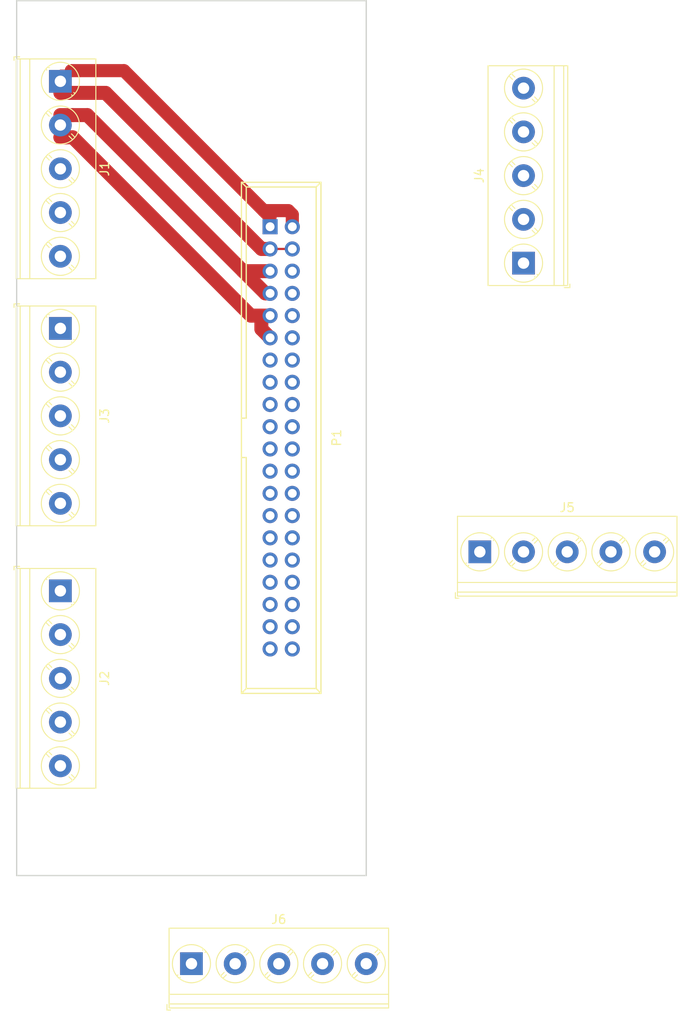
<source format=kicad_pcb>
(kicad_pcb (version 4) (host pcbnew 4.0.5)

  (general
    (links 12)
    (no_connects 7)
    (area 130.924999 49.924999 171.075001 150.075001)
    (thickness 1.6)
    (drawings 5)
    (tracks 29)
    (zones 0)
    (modules 7)
    (nets 59)
  )

  (page A4)
  (layers
    (0 F.Cu signal)
    (31 B.Cu signal)
    (32 B.Adhes user)
    (33 F.Adhes user)
    (34 B.Paste user)
    (35 F.Paste user)
    (36 B.SilkS user)
    (37 F.SilkS user)
    (38 B.Mask user)
    (39 F.Mask user)
    (40 Dwgs.User user)
    (41 Cmts.User user)
    (42 Eco1.User user)
    (43 Eco2.User user)
    (44 Edge.Cuts user)
    (45 Margin user)
    (46 B.CrtYd user)
    (47 F.CrtYd user)
    (48 B.Fab user)
    (49 F.Fab user)
  )

  (setup
    (last_trace_width 0.25)
    (trace_clearance 0.2)
    (zone_clearance 0.508)
    (zone_45_only no)
    (trace_min 0.2)
    (segment_width 0.2)
    (edge_width 0.15)
    (via_size 0.6)
    (via_drill 0.4)
    (via_min_size 0.4)
    (via_min_drill 0.3)
    (uvia_size 0.3)
    (uvia_drill 0.1)
    (uvias_allowed no)
    (uvia_min_size 0.2)
    (uvia_min_drill 0.1)
    (pcb_text_width 0.3)
    (pcb_text_size 1.5 1.5)
    (mod_edge_width 0.15)
    (mod_text_size 1 1)
    (mod_text_width 0.15)
    (pad_size 1.524 1.524)
    (pad_drill 0.762)
    (pad_to_mask_clearance 0.2)
    (aux_axis_origin 0 0)
    (visible_elements FFFFFF7F)
    (pcbplotparams
      (layerselection 0x00030_80000001)
      (usegerberextensions false)
      (excludeedgelayer true)
      (linewidth 0.100000)
      (plotframeref false)
      (viasonmask false)
      (mode 1)
      (useauxorigin false)
      (hpglpennumber 1)
      (hpglpenspeed 20)
      (hpglpendiameter 15)
      (hpglpenoverlay 2)
      (psnegative false)
      (psa4output false)
      (plotreference true)
      (plotvalue true)
      (plotinvisibletext false)
      (padsonsilk false)
      (subtractmaskfromsilk false)
      (outputformat 1)
      (mirror false)
      (drillshape 1)
      (scaleselection 1)
      (outputdirectory ""))
  )

  (net 0 "")
  (net 1 INJ4)
  (net 2 INJ1)
  (net 3 INJ2)
  (net 4 INJ3)
  (net 5 STEP-1B)
  (net 6 STEP-1A)
  (net 7 STEP-2A)
  (net 8 STEP-2B)
  (net 9 "Net-(J2-Pad4)")
  (net 10 "Net-(J2-Pad1)")
  (net 11 "Net-(J2-Pad2)")
  (net 12 "Net-(J2-Pad3)")
  (net 13 "Net-(J2-Pad5)")
  (net 14 "Net-(J3-Pad4)")
  (net 15 "Net-(J3-Pad1)")
  (net 16 "Net-(J3-Pad2)")
  (net 17 "Net-(J3-Pad3)")
  (net 18 "Net-(J3-Pad5)")
  (net 19 VVT)
  (net 20 IDLE1)
  (net 21 IDLE2)
  (net 22 BOOST)
  (net 23 IGN1)
  (net 24 IGN2)
  (net 25 IGN4)
  (net 26 IGN3)
  (net 27 GND)
  (net 28 MAP)
  (net 29 +5V)
  (net 30 PROTO1)
  (net 31 VR1-)
  (net 32 PROTO2)
  (net 33 VR2-)
  (net 34 PROTO3)
  (net 35 VR1+)
  (net 36 PROTO4)
  (net 37 VR2+)
  (net 38 PROTO5)
  (net 39 CLT)
  (net 40 TPS)
  (net 41 IAT)
  (net 42 O2)
  (net 43 "Net-(J1-Pad5)")
  (net 44 "Net-(J4-Pad5)")
  (net 45 "Net-(J4-Pad4)")
  (net 46 "Net-(J4-Pad3)")
  (net 47 "Net-(J4-Pad2)")
  (net 48 "Net-(J4-Pad1)")
  (net 49 "Net-(J5-Pad5)")
  (net 50 "Net-(J5-Pad4)")
  (net 51 "Net-(J5-Pad3)")
  (net 52 "Net-(J5-Pad2)")
  (net 53 "Net-(J5-Pad1)")
  (net 54 "Net-(J6-Pad5)")
  (net 55 "Net-(J6-Pad4)")
  (net 56 "Net-(J6-Pad3)")
  (net 57 "Net-(J6-Pad2)")
  (net 58 "Net-(J6-Pad1)")

  (net_class Default "This is the default net class."
    (clearance 0.2)
    (trace_width 0.25)
    (via_dia 0.6)
    (via_drill 0.4)
    (uvia_dia 0.3)
    (uvia_drill 0.1)
    (add_net +5V)
    (add_net CLT)
    (add_net GND)
    (add_net IAT)
    (add_net IGN1)
    (add_net IGN2)
    (add_net IGN3)
    (add_net IGN4)
    (add_net MAP)
    (add_net "Net-(J1-Pad5)")
    (add_net "Net-(J2-Pad1)")
    (add_net "Net-(J2-Pad2)")
    (add_net "Net-(J2-Pad3)")
    (add_net "Net-(J2-Pad4)")
    (add_net "Net-(J2-Pad5)")
    (add_net "Net-(J3-Pad1)")
    (add_net "Net-(J3-Pad2)")
    (add_net "Net-(J3-Pad3)")
    (add_net "Net-(J3-Pad4)")
    (add_net "Net-(J3-Pad5)")
    (add_net "Net-(J4-Pad1)")
    (add_net "Net-(J4-Pad2)")
    (add_net "Net-(J4-Pad3)")
    (add_net "Net-(J4-Pad4)")
    (add_net "Net-(J4-Pad5)")
    (add_net "Net-(J5-Pad1)")
    (add_net "Net-(J5-Pad2)")
    (add_net "Net-(J5-Pad3)")
    (add_net "Net-(J5-Pad4)")
    (add_net "Net-(J5-Pad5)")
    (add_net "Net-(J6-Pad1)")
    (add_net "Net-(J6-Pad2)")
    (add_net "Net-(J6-Pad3)")
    (add_net "Net-(J6-Pad4)")
    (add_net "Net-(J6-Pad5)")
    (add_net O2)
    (add_net PROTO1)
    (add_net PROTO2)
    (add_net PROTO3)
    (add_net PROTO4)
    (add_net PROTO5)
    (add_net STEP-1A)
    (add_net STEP-1B)
    (add_net STEP-2A)
    (add_net STEP-2B)
    (add_net TPS)
    (add_net VR1+)
    (add_net VR1-)
    (add_net VR2+)
    (add_net VR2-)
  )

  (net_class "High Current" ""
    (clearance 0.2)
    (trace_width 1.6)
    (via_dia 0.6)
    (via_drill 0.4)
    (uvia_dia 0.3)
    (uvia_drill 0.1)
    (add_net BOOST)
    (add_net IDLE1)
    (add_net IDLE2)
    (add_net INJ1)
    (add_net INJ2)
    (add_net INJ3)
    (add_net INJ4)
    (add_net VVT)
  )

  (module Connect:IDC_Header_Straight_40pins (layer F.Cu) (tedit 0) (tstamp 5A588B55)
    (at 160 75.84 270)
    (descr "40 pins through hole IDC header")
    (tags "IDC header socket VASCH")
    (path /5A5844A5)
    (fp_text reference P1 (at 24.13 -7.62 270) (layer F.SilkS)
      (effects (font (size 1 1) (thickness 0.15)))
    )
    (fp_text value CONN_02X20 (at 24.13 5.223 270) (layer F.Fab)
      (effects (font (size 1 1) (thickness 0.15)))
    )
    (fp_line (start -5.08 -5.82) (end 53.34 -5.82) (layer F.SilkS) (width 0.15))
    (fp_line (start -4.54 -5.27) (end 52.78 -5.27) (layer F.SilkS) (width 0.15))
    (fp_line (start -5.08 3.28) (end 53.34 3.28) (layer F.SilkS) (width 0.15))
    (fp_line (start -4.54 2.73) (end 21.88 2.73) (layer F.SilkS) (width 0.15))
    (fp_line (start 26.38 2.73) (end 52.78 2.73) (layer F.SilkS) (width 0.15))
    (fp_line (start 21.88 2.73) (end 21.88 3.28) (layer F.SilkS) (width 0.15))
    (fp_line (start 26.38 2.73) (end 26.38 3.28) (layer F.SilkS) (width 0.15))
    (fp_line (start -5.08 -5.82) (end -5.08 3.28) (layer F.SilkS) (width 0.15))
    (fp_line (start -4.54 -5.27) (end -4.54 2.73) (layer F.SilkS) (width 0.15))
    (fp_line (start 53.34 -5.82) (end 53.34 3.28) (layer F.SilkS) (width 0.15))
    (fp_line (start 52.78 -5.27) (end 52.78 2.73) (layer F.SilkS) (width 0.15))
    (fp_line (start -5.08 -5.82) (end -4.54 -5.27) (layer F.SilkS) (width 0.15))
    (fp_line (start 53.34 -5.82) (end 52.78 -5.27) (layer F.SilkS) (width 0.15))
    (fp_line (start -5.08 3.28) (end -4.54 2.73) (layer F.SilkS) (width 0.15))
    (fp_line (start 53.34 3.28) (end 52.78 2.73) (layer F.SilkS) (width 0.15))
    (fp_line (start -5.35 -6.05) (end 53.6 -6.05) (layer F.CrtYd) (width 0.05))
    (fp_line (start 53.6 -6.05) (end 53.6 3.55) (layer F.CrtYd) (width 0.05))
    (fp_line (start 53.6 3.55) (end -5.35 3.55) (layer F.CrtYd) (width 0.05))
    (fp_line (start -5.35 3.55) (end -5.35 -6.05) (layer F.CrtYd) (width 0.05))
    (pad 1 thru_hole rect (at 0 0 270) (size 1.7272 1.7272) (drill 1.016) (layers *.Cu *.Mask)
      (net 2 INJ1))
    (pad 2 thru_hole oval (at 0 -2.54 270) (size 1.7272 1.7272) (drill 1.016) (layers *.Cu *.Mask)
      (net 2 INJ1))
    (pad 3 thru_hole oval (at 2.54 0 270) (size 1.7272 1.7272) (drill 1.016) (layers *.Cu *.Mask)
      (net 3 INJ2))
    (pad 4 thru_hole oval (at 2.54 -2.54 270) (size 1.7272 1.7272) (drill 1.016) (layers *.Cu *.Mask)
      (net 3 INJ2))
    (pad 5 thru_hole oval (at 5.08 0 270) (size 1.7272 1.7272) (drill 1.016) (layers *.Cu *.Mask)
      (net 4 INJ3))
    (pad 6 thru_hole oval (at 5.08 -2.54 270) (size 1.7272 1.7272) (drill 1.016) (layers *.Cu *.Mask)
      (net 19 VVT))
    (pad 7 thru_hole oval (at 7.62 0 270) (size 1.7272 1.7272) (drill 1.016) (layers *.Cu *.Mask)
      (net 4 INJ3))
    (pad 8 thru_hole oval (at 7.62 -2.54 270) (size 1.7272 1.7272) (drill 1.016) (layers *.Cu *.Mask)
      (net 20 IDLE1))
    (pad 9 thru_hole oval (at 10.16 0 270) (size 1.7272 1.7272) (drill 1.016) (layers *.Cu *.Mask)
      (net 1 INJ4))
    (pad 10 thru_hole oval (at 10.16 -2.54 270) (size 1.7272 1.7272) (drill 1.016) (layers *.Cu *.Mask)
      (net 21 IDLE2))
    (pad 11 thru_hole oval (at 12.7 0 270) (size 1.7272 1.7272) (drill 1.016) (layers *.Cu *.Mask)
      (net 1 INJ4))
    (pad 12 thru_hole oval (at 12.7 -2.54 270) (size 1.7272 1.7272) (drill 1.016) (layers *.Cu *.Mask)
      (net 22 BOOST))
    (pad 13 thru_hole oval (at 15.24 0 270) (size 1.7272 1.7272) (drill 1.016) (layers *.Cu *.Mask)
      (net 23 IGN1))
    (pad 14 thru_hole oval (at 15.24 -2.54 270) (size 1.7272 1.7272) (drill 1.016) (layers *.Cu *.Mask)
      (net 24 IGN2))
    (pad 15 thru_hole oval (at 17.78 0 270) (size 1.7272 1.7272) (drill 1.016) (layers *.Cu *.Mask)
      (net 25 IGN4))
    (pad 16 thru_hole oval (at 17.78 -2.54 270) (size 1.7272 1.7272) (drill 1.016) (layers *.Cu *.Mask)
      (net 26 IGN3))
    (pad 17 thru_hole oval (at 20.32 0 270) (size 1.7272 1.7272) (drill 1.016) (layers *.Cu *.Mask)
      (net 27 GND))
    (pad 18 thru_hole oval (at 20.32 -2.54 270) (size 1.7272 1.7272) (drill 1.016) (layers *.Cu *.Mask)
      (net 5 STEP-1B))
    (pad 19 thru_hole oval (at 22.86 0 270) (size 1.7272 1.7272) (drill 1.016) (layers *.Cu *.Mask)
      (net 27 GND))
    (pad 20 thru_hole oval (at 22.86 -2.54 270) (size 1.7272 1.7272) (drill 1.016) (layers *.Cu *.Mask)
      (net 6 STEP-1A))
    (pad 21 thru_hole oval (at 25.4 0 270) (size 1.7272 1.7272) (drill 1.016) (layers *.Cu *.Mask)
      (net 28 MAP))
    (pad 22 thru_hole oval (at 25.4 -2.54 270) (size 1.7272 1.7272) (drill 1.016) (layers *.Cu *.Mask)
      (net 7 STEP-2A))
    (pad 23 thru_hole oval (at 27.94 0 270) (size 1.7272 1.7272) (drill 1.016) (layers *.Cu *.Mask)
      (net 27 GND))
    (pad 24 thru_hole oval (at 27.94 -2.54 270) (size 1.7272 1.7272) (drill 1.016) (layers *.Cu *.Mask)
      (net 8 STEP-2B))
    (pad 25 thru_hole oval (at 30.48 0 270) (size 1.7272 1.7272) (drill 1.016) (layers *.Cu *.Mask)
      (net 29 +5V))
    (pad 26 thru_hole oval (at 30.48 -2.54 270) (size 1.7272 1.7272) (drill 1.016) (layers *.Cu *.Mask)
      (net 29 +5V))
    (pad 27 thru_hole oval (at 33.02 0 270) (size 1.7272 1.7272) (drill 1.016) (layers *.Cu *.Mask)
      (net 30 PROTO1))
    (pad 28 thru_hole oval (at 33.02 -2.54 270) (size 1.7272 1.7272) (drill 1.016) (layers *.Cu *.Mask)
      (net 31 VR1-))
    (pad 29 thru_hole oval (at 35.56 0 270) (size 1.7272 1.7272) (drill 1.016) (layers *.Cu *.Mask)
      (net 32 PROTO2))
    (pad 30 thru_hole oval (at 35.56 -2.54 270) (size 1.7272 1.7272) (drill 1.016) (layers *.Cu *.Mask)
      (net 33 VR2-))
    (pad 31 thru_hole oval (at 38.1 0 270) (size 1.7272 1.7272) (drill 1.016) (layers *.Cu *.Mask)
      (net 34 PROTO3))
    (pad 32 thru_hole oval (at 38.1 -2.54 270) (size 1.7272 1.7272) (drill 1.016) (layers *.Cu *.Mask)
      (net 35 VR1+))
    (pad 33 thru_hole oval (at 40.64 0 270) (size 1.7272 1.7272) (drill 1.016) (layers *.Cu *.Mask)
      (net 36 PROTO4))
    (pad 34 thru_hole oval (at 40.64 -2.54 270) (size 1.7272 1.7272) (drill 1.016) (layers *.Cu *.Mask)
      (net 37 VR2+))
    (pad 35 thru_hole oval (at 43.18 0 270) (size 1.7272 1.7272) (drill 1.016) (layers *.Cu *.Mask)
      (net 38 PROTO5))
    (pad 36 thru_hole oval (at 43.18 -2.54 270) (size 1.7272 1.7272) (drill 1.016) (layers *.Cu *.Mask)
      (net 27 GND))
    (pad 37 thru_hole oval (at 45.72 0 270) (size 1.7272 1.7272) (drill 1.016) (layers *.Cu *.Mask)
      (net 39 CLT))
    (pad 38 thru_hole oval (at 45.72 -2.54 270) (size 1.7272 1.7272) (drill 1.016) (layers *.Cu *.Mask)
      (net 40 TPS))
    (pad 39 thru_hole oval (at 48.26 0 270) (size 1.7272 1.7272) (drill 1.016) (layers *.Cu *.Mask)
      (net 41 IAT))
    (pad 40 thru_hole oval (at 48.26 -2.54 270) (size 1.7272 1.7272) (drill 1.016) (layers *.Cu *.Mask)
      (net 42 O2))
  )

  (module TerminalBlock_Phoenix:TerminalBlock_Phoenix_PT-1,5-5-5.0-H_1x05_P5.00mm_Horizontal (layer F.Cu) (tedit 5A0820DE) (tstamp 5A5B4B64)
    (at 136 59.22 270)
    (descr "Terminal Block Phoenix PT-1,5-5-5.0-H, 5 pins, pitch 5.0mm, size 25.0x9mm^2, drill diamater 1.3mm, pad diameter 2.6mm, see http://www.mouser.com/ds/2/324/ItemDetail_1935161-922578.pdf, script-generated using https://github.com/pointhi/kicad-footprint-generator/scripts/TerminalBlock_Phoenix")
    (tags "THT Terminal Block Phoenix PT-1.5-5-5.0-H pitch 5.0mm size 25.0x9mm^2 drill 1.3mm pad 2.6mm")
    (path /5A5956BA)
    (fp_text reference J1 (at 10 -5.06 270) (layer F.SilkS)
      (effects (font (size 1 1) (thickness 0.15)))
    )
    (fp_text value Screw_Terminal_1x05 (at 10 6.06 270) (layer F.Fab)
      (effects (font (size 1 1) (thickness 0.15)))
    )
    (fp_circle (center 0 0) (end 2 0) (layer F.Fab) (width 0.1))
    (fp_circle (center 0 0) (end 2.18 0) (layer F.SilkS) (width 0.12))
    (fp_circle (center 5 0) (end 7 0) (layer F.Fab) (width 0.1))
    (fp_circle (center 5 0) (end 7.18 0) (layer F.SilkS) (width 0.12))
    (fp_circle (center 10 0) (end 12 0) (layer F.Fab) (width 0.1))
    (fp_circle (center 10 0) (end 12.18 0) (layer F.SilkS) (width 0.12))
    (fp_circle (center 15 0) (end 17 0) (layer F.Fab) (width 0.1))
    (fp_circle (center 15 0) (end 17.18 0) (layer F.SilkS) (width 0.12))
    (fp_circle (center 20 0) (end 22 0) (layer F.Fab) (width 0.1))
    (fp_circle (center 20 0) (end 22.18 0) (layer F.SilkS) (width 0.12))
    (fp_line (start -2.5 -4) (end 22.5 -4) (layer F.Fab) (width 0.1))
    (fp_line (start 22.5 -4) (end 22.5 5) (layer F.Fab) (width 0.1))
    (fp_line (start 22.5 5) (end -2.1 5) (layer F.Fab) (width 0.1))
    (fp_line (start -2.1 5) (end -2.5 4.6) (layer F.Fab) (width 0.1))
    (fp_line (start -2.5 4.6) (end -2.5 -4) (layer F.Fab) (width 0.1))
    (fp_line (start -2.5 4.6) (end 22.5 4.6) (layer F.Fab) (width 0.1))
    (fp_line (start -2.56 4.6) (end 22.56 4.6) (layer F.SilkS) (width 0.12))
    (fp_line (start -2.5 3.5) (end 22.5 3.5) (layer F.Fab) (width 0.1))
    (fp_line (start -2.56 3.5) (end 22.56 3.5) (layer F.SilkS) (width 0.12))
    (fp_line (start -2.56 -4.06) (end 22.56 -4.06) (layer F.SilkS) (width 0.12))
    (fp_line (start -2.56 5.06) (end 22.56 5.06) (layer F.SilkS) (width 0.12))
    (fp_line (start -2.56 -4.06) (end -2.56 5.06) (layer F.SilkS) (width 0.12))
    (fp_line (start 22.56 -4.06) (end 22.56 5.06) (layer F.SilkS) (width 0.12))
    (fp_line (start 1.517 -1.273) (end -1.273 1.517) (layer F.Fab) (width 0.1))
    (fp_line (start 1.273 -1.517) (end -1.517 1.273) (layer F.Fab) (width 0.1))
    (fp_line (start 1.654 -1.388) (end 1.547 -1.281) (layer F.SilkS) (width 0.12))
    (fp_line (start -1.282 1.547) (end -1.388 1.654) (layer F.SilkS) (width 0.12))
    (fp_line (start 1.388 -1.654) (end 1.281 -1.547) (layer F.SilkS) (width 0.12))
    (fp_line (start -1.548 1.281) (end -1.654 1.388) (layer F.SilkS) (width 0.12))
    (fp_line (start 6.517 -1.273) (end 3.728 1.517) (layer F.Fab) (width 0.1))
    (fp_line (start 6.273 -1.517) (end 3.484 1.273) (layer F.Fab) (width 0.1))
    (fp_line (start 6.654 -1.388) (end 6.259 -0.992) (layer F.SilkS) (width 0.12))
    (fp_line (start 3.993 1.274) (end 3.613 1.654) (layer F.SilkS) (width 0.12))
    (fp_line (start 6.388 -1.654) (end 6.008 -1.274) (layer F.SilkS) (width 0.12))
    (fp_line (start 3.742 0.992) (end 3.347 1.388) (layer F.SilkS) (width 0.12))
    (fp_line (start 11.517 -1.273) (end 8.728 1.517) (layer F.Fab) (width 0.1))
    (fp_line (start 11.273 -1.517) (end 8.484 1.273) (layer F.Fab) (width 0.1))
    (fp_line (start 11.654 -1.388) (end 11.259 -0.992) (layer F.SilkS) (width 0.12))
    (fp_line (start 8.993 1.274) (end 8.613 1.654) (layer F.SilkS) (width 0.12))
    (fp_line (start 11.388 -1.654) (end 11.008 -1.274) (layer F.SilkS) (width 0.12))
    (fp_line (start 8.742 0.992) (end 8.347 1.388) (layer F.SilkS) (width 0.12))
    (fp_line (start 16.517 -1.273) (end 13.728 1.517) (layer F.Fab) (width 0.1))
    (fp_line (start 16.273 -1.517) (end 13.484 1.273) (layer F.Fab) (width 0.1))
    (fp_line (start 16.654 -1.388) (end 16.259 -0.992) (layer F.SilkS) (width 0.12))
    (fp_line (start 13.993 1.274) (end 13.613 1.654) (layer F.SilkS) (width 0.12))
    (fp_line (start 16.388 -1.654) (end 16.008 -1.274) (layer F.SilkS) (width 0.12))
    (fp_line (start 13.742 0.992) (end 13.347 1.388) (layer F.SilkS) (width 0.12))
    (fp_line (start 21.517 -1.273) (end 18.728 1.517) (layer F.Fab) (width 0.1))
    (fp_line (start 21.273 -1.517) (end 18.484 1.273) (layer F.Fab) (width 0.1))
    (fp_line (start 21.654 -1.388) (end 21.259 -0.992) (layer F.SilkS) (width 0.12))
    (fp_line (start 18.993 1.274) (end 18.613 1.654) (layer F.SilkS) (width 0.12))
    (fp_line (start 21.388 -1.654) (end 21.008 -1.274) (layer F.SilkS) (width 0.12))
    (fp_line (start 18.742 0.992) (end 18.347 1.388) (layer F.SilkS) (width 0.12))
    (fp_line (start -2.8 4.66) (end -2.8 5.3) (layer F.SilkS) (width 0.12))
    (fp_line (start -2.8 5.3) (end -2.4 5.3) (layer F.SilkS) (width 0.12))
    (fp_line (start -3 -4.5) (end -3 5.5) (layer F.CrtYd) (width 0.05))
    (fp_line (start -3 5.5) (end 23 5.5) (layer F.CrtYd) (width 0.05))
    (fp_line (start 23 5.5) (end 23 -4.5) (layer F.CrtYd) (width 0.05))
    (fp_line (start 23 -4.5) (end -3 -4.5) (layer F.CrtYd) (width 0.05))
    (fp_text user %R (at 10 2.9 270) (layer F.Fab)
      (effects (font (size 1 1) (thickness 0.15)))
    )
    (pad 1 thru_hole rect (at 0 0 270) (size 2.6 2.6) (drill 1.3) (layers *.Cu *.Mask)
      (net 2 INJ1))
    (pad 2 thru_hole circle (at 5 0 270) (size 2.6 2.6) (drill 1.3) (layers *.Cu *.Mask)
      (net 3 INJ2))
    (pad 3 thru_hole circle (at 10 0 270) (size 2.6 2.6) (drill 1.3) (layers *.Cu *.Mask)
      (net 4 INJ3))
    (pad 4 thru_hole circle (at 15 0 270) (size 2.6 2.6) (drill 1.3) (layers *.Cu *.Mask)
      (net 1 INJ4))
    (pad 5 thru_hole circle (at 20 0 270) (size 2.6 2.6) (drill 1.3) (layers *.Cu *.Mask)
      (net 43 "Net-(J1-Pad5)"))
    (model ${KISYS3DMOD}/TerminalBlock_Phoenix.3dshapes/TerminalBlock_Phoenix_PT-1,5-5-5.0-H_1x05_P5.00mm_Horizontal.wrl
      (at (xyz 0 0 0))
      (scale (xyz 1 1 1))
      (rotate (xyz 0 0 0))
    )
  )

  (module TerminalBlock_Phoenix:TerminalBlock_Phoenix_PT-1,5-5-5.0-H_1x05_P5.00mm_Horizontal (layer F.Cu) (tedit 5A0820DE) (tstamp 5A5B4B6C)
    (at 136 117.46 270)
    (descr "Terminal Block Phoenix PT-1,5-5-5.0-H, 5 pins, pitch 5.0mm, size 25.0x9mm^2, drill diamater 1.3mm, pad diameter 2.6mm, see http://www.mouser.com/ds/2/324/ItemDetail_1935161-922578.pdf, script-generated using https://github.com/pointhi/kicad-footprint-generator/scripts/TerminalBlock_Phoenix")
    (tags "THT Terminal Block Phoenix PT-1.5-5-5.0-H pitch 5.0mm size 25.0x9mm^2 drill 1.3mm pad 2.6mm")
    (path /5A5956EF)
    (fp_text reference J2 (at 10 -5.06 270) (layer F.SilkS)
      (effects (font (size 1 1) (thickness 0.15)))
    )
    (fp_text value Screw_Terminal_1x05 (at 10 6.06 270) (layer F.Fab)
      (effects (font (size 1 1) (thickness 0.15)))
    )
    (fp_circle (center 0 0) (end 2 0) (layer F.Fab) (width 0.1))
    (fp_circle (center 0 0) (end 2.18 0) (layer F.SilkS) (width 0.12))
    (fp_circle (center 5 0) (end 7 0) (layer F.Fab) (width 0.1))
    (fp_circle (center 5 0) (end 7.18 0) (layer F.SilkS) (width 0.12))
    (fp_circle (center 10 0) (end 12 0) (layer F.Fab) (width 0.1))
    (fp_circle (center 10 0) (end 12.18 0) (layer F.SilkS) (width 0.12))
    (fp_circle (center 15 0) (end 17 0) (layer F.Fab) (width 0.1))
    (fp_circle (center 15 0) (end 17.18 0) (layer F.SilkS) (width 0.12))
    (fp_circle (center 20 0) (end 22 0) (layer F.Fab) (width 0.1))
    (fp_circle (center 20 0) (end 22.18 0) (layer F.SilkS) (width 0.12))
    (fp_line (start -2.5 -4) (end 22.5 -4) (layer F.Fab) (width 0.1))
    (fp_line (start 22.5 -4) (end 22.5 5) (layer F.Fab) (width 0.1))
    (fp_line (start 22.5 5) (end -2.1 5) (layer F.Fab) (width 0.1))
    (fp_line (start -2.1 5) (end -2.5 4.6) (layer F.Fab) (width 0.1))
    (fp_line (start -2.5 4.6) (end -2.5 -4) (layer F.Fab) (width 0.1))
    (fp_line (start -2.5 4.6) (end 22.5 4.6) (layer F.Fab) (width 0.1))
    (fp_line (start -2.56 4.6) (end 22.56 4.6) (layer F.SilkS) (width 0.12))
    (fp_line (start -2.5 3.5) (end 22.5 3.5) (layer F.Fab) (width 0.1))
    (fp_line (start -2.56 3.5) (end 22.56 3.5) (layer F.SilkS) (width 0.12))
    (fp_line (start -2.56 -4.06) (end 22.56 -4.06) (layer F.SilkS) (width 0.12))
    (fp_line (start -2.56 5.06) (end 22.56 5.06) (layer F.SilkS) (width 0.12))
    (fp_line (start -2.56 -4.06) (end -2.56 5.06) (layer F.SilkS) (width 0.12))
    (fp_line (start 22.56 -4.06) (end 22.56 5.06) (layer F.SilkS) (width 0.12))
    (fp_line (start 1.517 -1.273) (end -1.273 1.517) (layer F.Fab) (width 0.1))
    (fp_line (start 1.273 -1.517) (end -1.517 1.273) (layer F.Fab) (width 0.1))
    (fp_line (start 1.654 -1.388) (end 1.547 -1.281) (layer F.SilkS) (width 0.12))
    (fp_line (start -1.282 1.547) (end -1.388 1.654) (layer F.SilkS) (width 0.12))
    (fp_line (start 1.388 -1.654) (end 1.281 -1.547) (layer F.SilkS) (width 0.12))
    (fp_line (start -1.548 1.281) (end -1.654 1.388) (layer F.SilkS) (width 0.12))
    (fp_line (start 6.517 -1.273) (end 3.728 1.517) (layer F.Fab) (width 0.1))
    (fp_line (start 6.273 -1.517) (end 3.484 1.273) (layer F.Fab) (width 0.1))
    (fp_line (start 6.654 -1.388) (end 6.259 -0.992) (layer F.SilkS) (width 0.12))
    (fp_line (start 3.993 1.274) (end 3.613 1.654) (layer F.SilkS) (width 0.12))
    (fp_line (start 6.388 -1.654) (end 6.008 -1.274) (layer F.SilkS) (width 0.12))
    (fp_line (start 3.742 0.992) (end 3.347 1.388) (layer F.SilkS) (width 0.12))
    (fp_line (start 11.517 -1.273) (end 8.728 1.517) (layer F.Fab) (width 0.1))
    (fp_line (start 11.273 -1.517) (end 8.484 1.273) (layer F.Fab) (width 0.1))
    (fp_line (start 11.654 -1.388) (end 11.259 -0.992) (layer F.SilkS) (width 0.12))
    (fp_line (start 8.993 1.274) (end 8.613 1.654) (layer F.SilkS) (width 0.12))
    (fp_line (start 11.388 -1.654) (end 11.008 -1.274) (layer F.SilkS) (width 0.12))
    (fp_line (start 8.742 0.992) (end 8.347 1.388) (layer F.SilkS) (width 0.12))
    (fp_line (start 16.517 -1.273) (end 13.728 1.517) (layer F.Fab) (width 0.1))
    (fp_line (start 16.273 -1.517) (end 13.484 1.273) (layer F.Fab) (width 0.1))
    (fp_line (start 16.654 -1.388) (end 16.259 -0.992) (layer F.SilkS) (width 0.12))
    (fp_line (start 13.993 1.274) (end 13.613 1.654) (layer F.SilkS) (width 0.12))
    (fp_line (start 16.388 -1.654) (end 16.008 -1.274) (layer F.SilkS) (width 0.12))
    (fp_line (start 13.742 0.992) (end 13.347 1.388) (layer F.SilkS) (width 0.12))
    (fp_line (start 21.517 -1.273) (end 18.728 1.517) (layer F.Fab) (width 0.1))
    (fp_line (start 21.273 -1.517) (end 18.484 1.273) (layer F.Fab) (width 0.1))
    (fp_line (start 21.654 -1.388) (end 21.259 -0.992) (layer F.SilkS) (width 0.12))
    (fp_line (start 18.993 1.274) (end 18.613 1.654) (layer F.SilkS) (width 0.12))
    (fp_line (start 21.388 -1.654) (end 21.008 -1.274) (layer F.SilkS) (width 0.12))
    (fp_line (start 18.742 0.992) (end 18.347 1.388) (layer F.SilkS) (width 0.12))
    (fp_line (start -2.8 4.66) (end -2.8 5.3) (layer F.SilkS) (width 0.12))
    (fp_line (start -2.8 5.3) (end -2.4 5.3) (layer F.SilkS) (width 0.12))
    (fp_line (start -3 -4.5) (end -3 5.5) (layer F.CrtYd) (width 0.05))
    (fp_line (start -3 5.5) (end 23 5.5) (layer F.CrtYd) (width 0.05))
    (fp_line (start 23 5.5) (end 23 -4.5) (layer F.CrtYd) (width 0.05))
    (fp_line (start 23 -4.5) (end -3 -4.5) (layer F.CrtYd) (width 0.05))
    (fp_text user %R (at 10 2.9 270) (layer F.Fab)
      (effects (font (size 1 1) (thickness 0.15)))
    )
    (pad 1 thru_hole rect (at 0 0 270) (size 2.6 2.6) (drill 1.3) (layers *.Cu *.Mask)
      (net 10 "Net-(J2-Pad1)"))
    (pad 2 thru_hole circle (at 5 0 270) (size 2.6 2.6) (drill 1.3) (layers *.Cu *.Mask)
      (net 11 "Net-(J2-Pad2)"))
    (pad 3 thru_hole circle (at 10 0 270) (size 2.6 2.6) (drill 1.3) (layers *.Cu *.Mask)
      (net 12 "Net-(J2-Pad3)"))
    (pad 4 thru_hole circle (at 15 0 270) (size 2.6 2.6) (drill 1.3) (layers *.Cu *.Mask)
      (net 9 "Net-(J2-Pad4)"))
    (pad 5 thru_hole circle (at 20 0 270) (size 2.6 2.6) (drill 1.3) (layers *.Cu *.Mask)
      (net 13 "Net-(J2-Pad5)"))
    (model ${KISYS3DMOD}/TerminalBlock_Phoenix.3dshapes/TerminalBlock_Phoenix_PT-1,5-5-5.0-H_1x05_P5.00mm_Horizontal.wrl
      (at (xyz 0 0 0))
      (scale (xyz 1 1 1))
      (rotate (xyz 0 0 0))
    )
  )

  (module TerminalBlock_Phoenix:TerminalBlock_Phoenix_PT-1,5-5-5.0-H_1x05_P5.00mm_Horizontal (layer F.Cu) (tedit 5A0820DE) (tstamp 5A5B4B74)
    (at 136 87.46 270)
    (descr "Terminal Block Phoenix PT-1,5-5-5.0-H, 5 pins, pitch 5.0mm, size 25.0x9mm^2, drill diamater 1.3mm, pad diameter 2.6mm, see http://www.mouser.com/ds/2/324/ItemDetail_1935161-922578.pdf, script-generated using https://github.com/pointhi/kicad-footprint-generator/scripts/TerminalBlock_Phoenix")
    (tags "THT Terminal Block Phoenix PT-1.5-5-5.0-H pitch 5.0mm size 25.0x9mm^2 drill 1.3mm pad 2.6mm")
    (path /5A595747)
    (fp_text reference J3 (at 10 -5.06 270) (layer F.SilkS)
      (effects (font (size 1 1) (thickness 0.15)))
    )
    (fp_text value Screw_Terminal_1x05 (at 10 6.06 270) (layer F.Fab)
      (effects (font (size 1 1) (thickness 0.15)))
    )
    (fp_circle (center 0 0) (end 2 0) (layer F.Fab) (width 0.1))
    (fp_circle (center 0 0) (end 2.18 0) (layer F.SilkS) (width 0.12))
    (fp_circle (center 5 0) (end 7 0) (layer F.Fab) (width 0.1))
    (fp_circle (center 5 0) (end 7.18 0) (layer F.SilkS) (width 0.12))
    (fp_circle (center 10 0) (end 12 0) (layer F.Fab) (width 0.1))
    (fp_circle (center 10 0) (end 12.18 0) (layer F.SilkS) (width 0.12))
    (fp_circle (center 15 0) (end 17 0) (layer F.Fab) (width 0.1))
    (fp_circle (center 15 0) (end 17.18 0) (layer F.SilkS) (width 0.12))
    (fp_circle (center 20 0) (end 22 0) (layer F.Fab) (width 0.1))
    (fp_circle (center 20 0) (end 22.18 0) (layer F.SilkS) (width 0.12))
    (fp_line (start -2.5 -4) (end 22.5 -4) (layer F.Fab) (width 0.1))
    (fp_line (start 22.5 -4) (end 22.5 5) (layer F.Fab) (width 0.1))
    (fp_line (start 22.5 5) (end -2.1 5) (layer F.Fab) (width 0.1))
    (fp_line (start -2.1 5) (end -2.5 4.6) (layer F.Fab) (width 0.1))
    (fp_line (start -2.5 4.6) (end -2.5 -4) (layer F.Fab) (width 0.1))
    (fp_line (start -2.5 4.6) (end 22.5 4.6) (layer F.Fab) (width 0.1))
    (fp_line (start -2.56 4.6) (end 22.56 4.6) (layer F.SilkS) (width 0.12))
    (fp_line (start -2.5 3.5) (end 22.5 3.5) (layer F.Fab) (width 0.1))
    (fp_line (start -2.56 3.5) (end 22.56 3.5) (layer F.SilkS) (width 0.12))
    (fp_line (start -2.56 -4.06) (end 22.56 -4.06) (layer F.SilkS) (width 0.12))
    (fp_line (start -2.56 5.06) (end 22.56 5.06) (layer F.SilkS) (width 0.12))
    (fp_line (start -2.56 -4.06) (end -2.56 5.06) (layer F.SilkS) (width 0.12))
    (fp_line (start 22.56 -4.06) (end 22.56 5.06) (layer F.SilkS) (width 0.12))
    (fp_line (start 1.517 -1.273) (end -1.273 1.517) (layer F.Fab) (width 0.1))
    (fp_line (start 1.273 -1.517) (end -1.517 1.273) (layer F.Fab) (width 0.1))
    (fp_line (start 1.654 -1.388) (end 1.547 -1.281) (layer F.SilkS) (width 0.12))
    (fp_line (start -1.282 1.547) (end -1.388 1.654) (layer F.SilkS) (width 0.12))
    (fp_line (start 1.388 -1.654) (end 1.281 -1.547) (layer F.SilkS) (width 0.12))
    (fp_line (start -1.548 1.281) (end -1.654 1.388) (layer F.SilkS) (width 0.12))
    (fp_line (start 6.517 -1.273) (end 3.728 1.517) (layer F.Fab) (width 0.1))
    (fp_line (start 6.273 -1.517) (end 3.484 1.273) (layer F.Fab) (width 0.1))
    (fp_line (start 6.654 -1.388) (end 6.259 -0.992) (layer F.SilkS) (width 0.12))
    (fp_line (start 3.993 1.274) (end 3.613 1.654) (layer F.SilkS) (width 0.12))
    (fp_line (start 6.388 -1.654) (end 6.008 -1.274) (layer F.SilkS) (width 0.12))
    (fp_line (start 3.742 0.992) (end 3.347 1.388) (layer F.SilkS) (width 0.12))
    (fp_line (start 11.517 -1.273) (end 8.728 1.517) (layer F.Fab) (width 0.1))
    (fp_line (start 11.273 -1.517) (end 8.484 1.273) (layer F.Fab) (width 0.1))
    (fp_line (start 11.654 -1.388) (end 11.259 -0.992) (layer F.SilkS) (width 0.12))
    (fp_line (start 8.993 1.274) (end 8.613 1.654) (layer F.SilkS) (width 0.12))
    (fp_line (start 11.388 -1.654) (end 11.008 -1.274) (layer F.SilkS) (width 0.12))
    (fp_line (start 8.742 0.992) (end 8.347 1.388) (layer F.SilkS) (width 0.12))
    (fp_line (start 16.517 -1.273) (end 13.728 1.517) (layer F.Fab) (width 0.1))
    (fp_line (start 16.273 -1.517) (end 13.484 1.273) (layer F.Fab) (width 0.1))
    (fp_line (start 16.654 -1.388) (end 16.259 -0.992) (layer F.SilkS) (width 0.12))
    (fp_line (start 13.993 1.274) (end 13.613 1.654) (layer F.SilkS) (width 0.12))
    (fp_line (start 16.388 -1.654) (end 16.008 -1.274) (layer F.SilkS) (width 0.12))
    (fp_line (start 13.742 0.992) (end 13.347 1.388) (layer F.SilkS) (width 0.12))
    (fp_line (start 21.517 -1.273) (end 18.728 1.517) (layer F.Fab) (width 0.1))
    (fp_line (start 21.273 -1.517) (end 18.484 1.273) (layer F.Fab) (width 0.1))
    (fp_line (start 21.654 -1.388) (end 21.259 -0.992) (layer F.SilkS) (width 0.12))
    (fp_line (start 18.993 1.274) (end 18.613 1.654) (layer F.SilkS) (width 0.12))
    (fp_line (start 21.388 -1.654) (end 21.008 -1.274) (layer F.SilkS) (width 0.12))
    (fp_line (start 18.742 0.992) (end 18.347 1.388) (layer F.SilkS) (width 0.12))
    (fp_line (start -2.8 4.66) (end -2.8 5.3) (layer F.SilkS) (width 0.12))
    (fp_line (start -2.8 5.3) (end -2.4 5.3) (layer F.SilkS) (width 0.12))
    (fp_line (start -3 -4.5) (end -3 5.5) (layer F.CrtYd) (width 0.05))
    (fp_line (start -3 5.5) (end 23 5.5) (layer F.CrtYd) (width 0.05))
    (fp_line (start 23 5.5) (end 23 -4.5) (layer F.CrtYd) (width 0.05))
    (fp_line (start 23 -4.5) (end -3 -4.5) (layer F.CrtYd) (width 0.05))
    (fp_text user %R (at 10 2.9 270) (layer F.Fab)
      (effects (font (size 1 1) (thickness 0.15)))
    )
    (pad 1 thru_hole rect (at 0 0 270) (size 2.6 2.6) (drill 1.3) (layers *.Cu *.Mask)
      (net 15 "Net-(J3-Pad1)"))
    (pad 2 thru_hole circle (at 5 0 270) (size 2.6 2.6) (drill 1.3) (layers *.Cu *.Mask)
      (net 16 "Net-(J3-Pad2)"))
    (pad 3 thru_hole circle (at 10 0 270) (size 2.6 2.6) (drill 1.3) (layers *.Cu *.Mask)
      (net 17 "Net-(J3-Pad3)"))
    (pad 4 thru_hole circle (at 15 0 270) (size 2.6 2.6) (drill 1.3) (layers *.Cu *.Mask)
      (net 14 "Net-(J3-Pad4)"))
    (pad 5 thru_hole circle (at 20 0 270) (size 2.6 2.6) (drill 1.3) (layers *.Cu *.Mask)
      (net 18 "Net-(J3-Pad5)"))
    (model ${KISYS3DMOD}/TerminalBlock_Phoenix.3dshapes/TerminalBlock_Phoenix_PT-1,5-5-5.0-H_1x05_P5.00mm_Horizontal.wrl
      (at (xyz 0 0 0))
      (scale (xyz 1 1 1))
      (rotate (xyz 0 0 0))
    )
  )

  (module TerminalBlock_Phoenix:TerminalBlock_Phoenix_PT-1,5-5-5.0-H_1x05_P5.00mm_Horizontal (layer F.Cu) (tedit 5A0820DE) (tstamp 5A5B4B7C)
    (at 189 80 90)
    (descr "Terminal Block Phoenix PT-1,5-5-5.0-H, 5 pins, pitch 5.0mm, size 25.0x9mm^2, drill diamater 1.3mm, pad diameter 2.6mm, see http://www.mouser.com/ds/2/324/ItemDetail_1935161-922578.pdf, script-generated using https://github.com/pointhi/kicad-footprint-generator/scripts/TerminalBlock_Phoenix")
    (tags "THT Terminal Block Phoenix PT-1.5-5-5.0-H pitch 5.0mm size 25.0x9mm^2 drill 1.3mm pad 2.6mm")
    (path /5A595AD4)
    (fp_text reference J4 (at 10 -5.06 90) (layer F.SilkS)
      (effects (font (size 1 1) (thickness 0.15)))
    )
    (fp_text value Screw_Terminal_1x05 (at 10 6.06 90) (layer F.Fab)
      (effects (font (size 1 1) (thickness 0.15)))
    )
    (fp_circle (center 0 0) (end 2 0) (layer F.Fab) (width 0.1))
    (fp_circle (center 0 0) (end 2.18 0) (layer F.SilkS) (width 0.12))
    (fp_circle (center 5 0) (end 7 0) (layer F.Fab) (width 0.1))
    (fp_circle (center 5 0) (end 7.18 0) (layer F.SilkS) (width 0.12))
    (fp_circle (center 10 0) (end 12 0) (layer F.Fab) (width 0.1))
    (fp_circle (center 10 0) (end 12.18 0) (layer F.SilkS) (width 0.12))
    (fp_circle (center 15 0) (end 17 0) (layer F.Fab) (width 0.1))
    (fp_circle (center 15 0) (end 17.18 0) (layer F.SilkS) (width 0.12))
    (fp_circle (center 20 0) (end 22 0) (layer F.Fab) (width 0.1))
    (fp_circle (center 20 0) (end 22.18 0) (layer F.SilkS) (width 0.12))
    (fp_line (start -2.5 -4) (end 22.5 -4) (layer F.Fab) (width 0.1))
    (fp_line (start 22.5 -4) (end 22.5 5) (layer F.Fab) (width 0.1))
    (fp_line (start 22.5 5) (end -2.1 5) (layer F.Fab) (width 0.1))
    (fp_line (start -2.1 5) (end -2.5 4.6) (layer F.Fab) (width 0.1))
    (fp_line (start -2.5 4.6) (end -2.5 -4) (layer F.Fab) (width 0.1))
    (fp_line (start -2.5 4.6) (end 22.5 4.6) (layer F.Fab) (width 0.1))
    (fp_line (start -2.56 4.6) (end 22.56 4.6) (layer F.SilkS) (width 0.12))
    (fp_line (start -2.5 3.5) (end 22.5 3.5) (layer F.Fab) (width 0.1))
    (fp_line (start -2.56 3.5) (end 22.56 3.5) (layer F.SilkS) (width 0.12))
    (fp_line (start -2.56 -4.06) (end 22.56 -4.06) (layer F.SilkS) (width 0.12))
    (fp_line (start -2.56 5.06) (end 22.56 5.06) (layer F.SilkS) (width 0.12))
    (fp_line (start -2.56 -4.06) (end -2.56 5.06) (layer F.SilkS) (width 0.12))
    (fp_line (start 22.56 -4.06) (end 22.56 5.06) (layer F.SilkS) (width 0.12))
    (fp_line (start 1.517 -1.273) (end -1.273 1.517) (layer F.Fab) (width 0.1))
    (fp_line (start 1.273 -1.517) (end -1.517 1.273) (layer F.Fab) (width 0.1))
    (fp_line (start 1.654 -1.388) (end 1.547 -1.281) (layer F.SilkS) (width 0.12))
    (fp_line (start -1.282 1.547) (end -1.388 1.654) (layer F.SilkS) (width 0.12))
    (fp_line (start 1.388 -1.654) (end 1.281 -1.547) (layer F.SilkS) (width 0.12))
    (fp_line (start -1.548 1.281) (end -1.654 1.388) (layer F.SilkS) (width 0.12))
    (fp_line (start 6.517 -1.273) (end 3.728 1.517) (layer F.Fab) (width 0.1))
    (fp_line (start 6.273 -1.517) (end 3.484 1.273) (layer F.Fab) (width 0.1))
    (fp_line (start 6.654 -1.388) (end 6.259 -0.992) (layer F.SilkS) (width 0.12))
    (fp_line (start 3.993 1.274) (end 3.613 1.654) (layer F.SilkS) (width 0.12))
    (fp_line (start 6.388 -1.654) (end 6.008 -1.274) (layer F.SilkS) (width 0.12))
    (fp_line (start 3.742 0.992) (end 3.347 1.388) (layer F.SilkS) (width 0.12))
    (fp_line (start 11.517 -1.273) (end 8.728 1.517) (layer F.Fab) (width 0.1))
    (fp_line (start 11.273 -1.517) (end 8.484 1.273) (layer F.Fab) (width 0.1))
    (fp_line (start 11.654 -1.388) (end 11.259 -0.992) (layer F.SilkS) (width 0.12))
    (fp_line (start 8.993 1.274) (end 8.613 1.654) (layer F.SilkS) (width 0.12))
    (fp_line (start 11.388 -1.654) (end 11.008 -1.274) (layer F.SilkS) (width 0.12))
    (fp_line (start 8.742 0.992) (end 8.347 1.388) (layer F.SilkS) (width 0.12))
    (fp_line (start 16.517 -1.273) (end 13.728 1.517) (layer F.Fab) (width 0.1))
    (fp_line (start 16.273 -1.517) (end 13.484 1.273) (layer F.Fab) (width 0.1))
    (fp_line (start 16.654 -1.388) (end 16.259 -0.992) (layer F.SilkS) (width 0.12))
    (fp_line (start 13.993 1.274) (end 13.613 1.654) (layer F.SilkS) (width 0.12))
    (fp_line (start 16.388 -1.654) (end 16.008 -1.274) (layer F.SilkS) (width 0.12))
    (fp_line (start 13.742 0.992) (end 13.347 1.388) (layer F.SilkS) (width 0.12))
    (fp_line (start 21.517 -1.273) (end 18.728 1.517) (layer F.Fab) (width 0.1))
    (fp_line (start 21.273 -1.517) (end 18.484 1.273) (layer F.Fab) (width 0.1))
    (fp_line (start 21.654 -1.388) (end 21.259 -0.992) (layer F.SilkS) (width 0.12))
    (fp_line (start 18.993 1.274) (end 18.613 1.654) (layer F.SilkS) (width 0.12))
    (fp_line (start 21.388 -1.654) (end 21.008 -1.274) (layer F.SilkS) (width 0.12))
    (fp_line (start 18.742 0.992) (end 18.347 1.388) (layer F.SilkS) (width 0.12))
    (fp_line (start -2.8 4.66) (end -2.8 5.3) (layer F.SilkS) (width 0.12))
    (fp_line (start -2.8 5.3) (end -2.4 5.3) (layer F.SilkS) (width 0.12))
    (fp_line (start -3 -4.5) (end -3 5.5) (layer F.CrtYd) (width 0.05))
    (fp_line (start -3 5.5) (end 23 5.5) (layer F.CrtYd) (width 0.05))
    (fp_line (start 23 5.5) (end 23 -4.5) (layer F.CrtYd) (width 0.05))
    (fp_line (start 23 -4.5) (end -3 -4.5) (layer F.CrtYd) (width 0.05))
    (fp_text user %R (at 10 2.9 90) (layer F.Fab)
      (effects (font (size 1 1) (thickness 0.15)))
    )
    (pad 1 thru_hole rect (at 0 0 90) (size 2.6 2.6) (drill 1.3) (layers *.Cu *.Mask)
      (net 48 "Net-(J4-Pad1)"))
    (pad 2 thru_hole circle (at 5 0 90) (size 2.6 2.6) (drill 1.3) (layers *.Cu *.Mask)
      (net 47 "Net-(J4-Pad2)"))
    (pad 3 thru_hole circle (at 10 0 90) (size 2.6 2.6) (drill 1.3) (layers *.Cu *.Mask)
      (net 46 "Net-(J4-Pad3)"))
    (pad 4 thru_hole circle (at 15 0 90) (size 2.6 2.6) (drill 1.3) (layers *.Cu *.Mask)
      (net 45 "Net-(J4-Pad4)"))
    (pad 5 thru_hole circle (at 20 0 90) (size 2.6 2.6) (drill 1.3) (layers *.Cu *.Mask)
      (net 44 "Net-(J4-Pad5)"))
    (model ${KISYS3DMOD}/TerminalBlock_Phoenix.3dshapes/TerminalBlock_Phoenix_PT-1,5-5-5.0-H_1x05_P5.00mm_Horizontal.wrl
      (at (xyz 0 0 0))
      (scale (xyz 1 1 1))
      (rotate (xyz 0 0 0))
    )
  )

  (module TerminalBlock_Phoenix:TerminalBlock_Phoenix_PT-1,5-5-5.0-H_1x05_P5.00mm_Horizontal (layer F.Cu) (tedit 5A0820DE) (tstamp 5A5B4B84)
    (at 184 113)
    (descr "Terminal Block Phoenix PT-1,5-5-5.0-H, 5 pins, pitch 5.0mm, size 25.0x9mm^2, drill diamater 1.3mm, pad diameter 2.6mm, see http://www.mouser.com/ds/2/324/ItemDetail_1935161-922578.pdf, script-generated using https://github.com/pointhi/kicad-footprint-generator/scripts/TerminalBlock_Phoenix")
    (tags "THT Terminal Block Phoenix PT-1.5-5-5.0-H pitch 5.0mm size 25.0x9mm^2 drill 1.3mm pad 2.6mm")
    (path /5A595ADA)
    (fp_text reference J5 (at 10 -5.06) (layer F.SilkS)
      (effects (font (size 1 1) (thickness 0.15)))
    )
    (fp_text value Screw_Terminal_1x05 (at 10 6.06) (layer F.Fab)
      (effects (font (size 1 1) (thickness 0.15)))
    )
    (fp_circle (center 0 0) (end 2 0) (layer F.Fab) (width 0.1))
    (fp_circle (center 0 0) (end 2.18 0) (layer F.SilkS) (width 0.12))
    (fp_circle (center 5 0) (end 7 0) (layer F.Fab) (width 0.1))
    (fp_circle (center 5 0) (end 7.18 0) (layer F.SilkS) (width 0.12))
    (fp_circle (center 10 0) (end 12 0) (layer F.Fab) (width 0.1))
    (fp_circle (center 10 0) (end 12.18 0) (layer F.SilkS) (width 0.12))
    (fp_circle (center 15 0) (end 17 0) (layer F.Fab) (width 0.1))
    (fp_circle (center 15 0) (end 17.18 0) (layer F.SilkS) (width 0.12))
    (fp_circle (center 20 0) (end 22 0) (layer F.Fab) (width 0.1))
    (fp_circle (center 20 0) (end 22.18 0) (layer F.SilkS) (width 0.12))
    (fp_line (start -2.5 -4) (end 22.5 -4) (layer F.Fab) (width 0.1))
    (fp_line (start 22.5 -4) (end 22.5 5) (layer F.Fab) (width 0.1))
    (fp_line (start 22.5 5) (end -2.1 5) (layer F.Fab) (width 0.1))
    (fp_line (start -2.1 5) (end -2.5 4.6) (layer F.Fab) (width 0.1))
    (fp_line (start -2.5 4.6) (end -2.5 -4) (layer F.Fab) (width 0.1))
    (fp_line (start -2.5 4.6) (end 22.5 4.6) (layer F.Fab) (width 0.1))
    (fp_line (start -2.56 4.6) (end 22.56 4.6) (layer F.SilkS) (width 0.12))
    (fp_line (start -2.5 3.5) (end 22.5 3.5) (layer F.Fab) (width 0.1))
    (fp_line (start -2.56 3.5) (end 22.56 3.5) (layer F.SilkS) (width 0.12))
    (fp_line (start -2.56 -4.06) (end 22.56 -4.06) (layer F.SilkS) (width 0.12))
    (fp_line (start -2.56 5.06) (end 22.56 5.06) (layer F.SilkS) (width 0.12))
    (fp_line (start -2.56 -4.06) (end -2.56 5.06) (layer F.SilkS) (width 0.12))
    (fp_line (start 22.56 -4.06) (end 22.56 5.06) (layer F.SilkS) (width 0.12))
    (fp_line (start 1.517 -1.273) (end -1.273 1.517) (layer F.Fab) (width 0.1))
    (fp_line (start 1.273 -1.517) (end -1.517 1.273) (layer F.Fab) (width 0.1))
    (fp_line (start 1.654 -1.388) (end 1.547 -1.281) (layer F.SilkS) (width 0.12))
    (fp_line (start -1.282 1.547) (end -1.388 1.654) (layer F.SilkS) (width 0.12))
    (fp_line (start 1.388 -1.654) (end 1.281 -1.547) (layer F.SilkS) (width 0.12))
    (fp_line (start -1.548 1.281) (end -1.654 1.388) (layer F.SilkS) (width 0.12))
    (fp_line (start 6.517 -1.273) (end 3.728 1.517) (layer F.Fab) (width 0.1))
    (fp_line (start 6.273 -1.517) (end 3.484 1.273) (layer F.Fab) (width 0.1))
    (fp_line (start 6.654 -1.388) (end 6.259 -0.992) (layer F.SilkS) (width 0.12))
    (fp_line (start 3.993 1.274) (end 3.613 1.654) (layer F.SilkS) (width 0.12))
    (fp_line (start 6.388 -1.654) (end 6.008 -1.274) (layer F.SilkS) (width 0.12))
    (fp_line (start 3.742 0.992) (end 3.347 1.388) (layer F.SilkS) (width 0.12))
    (fp_line (start 11.517 -1.273) (end 8.728 1.517) (layer F.Fab) (width 0.1))
    (fp_line (start 11.273 -1.517) (end 8.484 1.273) (layer F.Fab) (width 0.1))
    (fp_line (start 11.654 -1.388) (end 11.259 -0.992) (layer F.SilkS) (width 0.12))
    (fp_line (start 8.993 1.274) (end 8.613 1.654) (layer F.SilkS) (width 0.12))
    (fp_line (start 11.388 -1.654) (end 11.008 -1.274) (layer F.SilkS) (width 0.12))
    (fp_line (start 8.742 0.992) (end 8.347 1.388) (layer F.SilkS) (width 0.12))
    (fp_line (start 16.517 -1.273) (end 13.728 1.517) (layer F.Fab) (width 0.1))
    (fp_line (start 16.273 -1.517) (end 13.484 1.273) (layer F.Fab) (width 0.1))
    (fp_line (start 16.654 -1.388) (end 16.259 -0.992) (layer F.SilkS) (width 0.12))
    (fp_line (start 13.993 1.274) (end 13.613 1.654) (layer F.SilkS) (width 0.12))
    (fp_line (start 16.388 -1.654) (end 16.008 -1.274) (layer F.SilkS) (width 0.12))
    (fp_line (start 13.742 0.992) (end 13.347 1.388) (layer F.SilkS) (width 0.12))
    (fp_line (start 21.517 -1.273) (end 18.728 1.517) (layer F.Fab) (width 0.1))
    (fp_line (start 21.273 -1.517) (end 18.484 1.273) (layer F.Fab) (width 0.1))
    (fp_line (start 21.654 -1.388) (end 21.259 -0.992) (layer F.SilkS) (width 0.12))
    (fp_line (start 18.993 1.274) (end 18.613 1.654) (layer F.SilkS) (width 0.12))
    (fp_line (start 21.388 -1.654) (end 21.008 -1.274) (layer F.SilkS) (width 0.12))
    (fp_line (start 18.742 0.992) (end 18.347 1.388) (layer F.SilkS) (width 0.12))
    (fp_line (start -2.8 4.66) (end -2.8 5.3) (layer F.SilkS) (width 0.12))
    (fp_line (start -2.8 5.3) (end -2.4 5.3) (layer F.SilkS) (width 0.12))
    (fp_line (start -3 -4.5) (end -3 5.5) (layer F.CrtYd) (width 0.05))
    (fp_line (start -3 5.5) (end 23 5.5) (layer F.CrtYd) (width 0.05))
    (fp_line (start 23 5.5) (end 23 -4.5) (layer F.CrtYd) (width 0.05))
    (fp_line (start 23 -4.5) (end -3 -4.5) (layer F.CrtYd) (width 0.05))
    (fp_text user %R (at 10 2.9) (layer F.Fab)
      (effects (font (size 1 1) (thickness 0.15)))
    )
    (pad 1 thru_hole rect (at 0 0) (size 2.6 2.6) (drill 1.3) (layers *.Cu *.Mask)
      (net 53 "Net-(J5-Pad1)"))
    (pad 2 thru_hole circle (at 5 0) (size 2.6 2.6) (drill 1.3) (layers *.Cu *.Mask)
      (net 52 "Net-(J5-Pad2)"))
    (pad 3 thru_hole circle (at 10 0) (size 2.6 2.6) (drill 1.3) (layers *.Cu *.Mask)
      (net 51 "Net-(J5-Pad3)"))
    (pad 4 thru_hole circle (at 15 0) (size 2.6 2.6) (drill 1.3) (layers *.Cu *.Mask)
      (net 50 "Net-(J5-Pad4)"))
    (pad 5 thru_hole circle (at 20 0) (size 2.6 2.6) (drill 1.3) (layers *.Cu *.Mask)
      (net 49 "Net-(J5-Pad5)"))
    (model ${KISYS3DMOD}/TerminalBlock_Phoenix.3dshapes/TerminalBlock_Phoenix_PT-1,5-5-5.0-H_1x05_P5.00mm_Horizontal.wrl
      (at (xyz 0 0 0))
      (scale (xyz 1 1 1))
      (rotate (xyz 0 0 0))
    )
  )

  (module TerminalBlock_Phoenix:TerminalBlock_Phoenix_PT-1,5-5-5.0-H_1x05_P5.00mm_Horizontal (layer F.Cu) (tedit 5A0820DE) (tstamp 5A5B4B8C)
    (at 151 160.075001)
    (descr "Terminal Block Phoenix PT-1,5-5-5.0-H, 5 pins, pitch 5.0mm, size 25.0x9mm^2, drill diamater 1.3mm, pad diameter 2.6mm, see http://www.mouser.com/ds/2/324/ItemDetail_1935161-922578.pdf, script-generated using https://github.com/pointhi/kicad-footprint-generator/scripts/TerminalBlock_Phoenix")
    (tags "THT Terminal Block Phoenix PT-1.5-5-5.0-H pitch 5.0mm size 25.0x9mm^2 drill 1.3mm pad 2.6mm")
    (path /5A595AE0)
    (fp_text reference J6 (at 10 -5.06) (layer F.SilkS)
      (effects (font (size 1 1) (thickness 0.15)))
    )
    (fp_text value Screw_Terminal_1x05 (at 10 6.06) (layer F.Fab)
      (effects (font (size 1 1) (thickness 0.15)))
    )
    (fp_circle (center 0 0) (end 2 0) (layer F.Fab) (width 0.1))
    (fp_circle (center 0 0) (end 2.18 0) (layer F.SilkS) (width 0.12))
    (fp_circle (center 5 0) (end 7 0) (layer F.Fab) (width 0.1))
    (fp_circle (center 5 0) (end 7.18 0) (layer F.SilkS) (width 0.12))
    (fp_circle (center 10 0) (end 12 0) (layer F.Fab) (width 0.1))
    (fp_circle (center 10 0) (end 12.18 0) (layer F.SilkS) (width 0.12))
    (fp_circle (center 15 0) (end 17 0) (layer F.Fab) (width 0.1))
    (fp_circle (center 15 0) (end 17.18 0) (layer F.SilkS) (width 0.12))
    (fp_circle (center 20 0) (end 22 0) (layer F.Fab) (width 0.1))
    (fp_circle (center 20 0) (end 22.18 0) (layer F.SilkS) (width 0.12))
    (fp_line (start -2.5 -4) (end 22.5 -4) (layer F.Fab) (width 0.1))
    (fp_line (start 22.5 -4) (end 22.5 5) (layer F.Fab) (width 0.1))
    (fp_line (start 22.5 5) (end -2.1 5) (layer F.Fab) (width 0.1))
    (fp_line (start -2.1 5) (end -2.5 4.6) (layer F.Fab) (width 0.1))
    (fp_line (start -2.5 4.6) (end -2.5 -4) (layer F.Fab) (width 0.1))
    (fp_line (start -2.5 4.6) (end 22.5 4.6) (layer F.Fab) (width 0.1))
    (fp_line (start -2.56 4.6) (end 22.56 4.6) (layer F.SilkS) (width 0.12))
    (fp_line (start -2.5 3.5) (end 22.5 3.5) (layer F.Fab) (width 0.1))
    (fp_line (start -2.56 3.5) (end 22.56 3.5) (layer F.SilkS) (width 0.12))
    (fp_line (start -2.56 -4.06) (end 22.56 -4.06) (layer F.SilkS) (width 0.12))
    (fp_line (start -2.56 5.06) (end 22.56 5.06) (layer F.SilkS) (width 0.12))
    (fp_line (start -2.56 -4.06) (end -2.56 5.06) (layer F.SilkS) (width 0.12))
    (fp_line (start 22.56 -4.06) (end 22.56 5.06) (layer F.SilkS) (width 0.12))
    (fp_line (start 1.517 -1.273) (end -1.273 1.517) (layer F.Fab) (width 0.1))
    (fp_line (start 1.273 -1.517) (end -1.517 1.273) (layer F.Fab) (width 0.1))
    (fp_line (start 1.654 -1.388) (end 1.547 -1.281) (layer F.SilkS) (width 0.12))
    (fp_line (start -1.282 1.547) (end -1.388 1.654) (layer F.SilkS) (width 0.12))
    (fp_line (start 1.388 -1.654) (end 1.281 -1.547) (layer F.SilkS) (width 0.12))
    (fp_line (start -1.548 1.281) (end -1.654 1.388) (layer F.SilkS) (width 0.12))
    (fp_line (start 6.517 -1.273) (end 3.728 1.517) (layer F.Fab) (width 0.1))
    (fp_line (start 6.273 -1.517) (end 3.484 1.273) (layer F.Fab) (width 0.1))
    (fp_line (start 6.654 -1.388) (end 6.259 -0.992) (layer F.SilkS) (width 0.12))
    (fp_line (start 3.993 1.274) (end 3.613 1.654) (layer F.SilkS) (width 0.12))
    (fp_line (start 6.388 -1.654) (end 6.008 -1.274) (layer F.SilkS) (width 0.12))
    (fp_line (start 3.742 0.992) (end 3.347 1.388) (layer F.SilkS) (width 0.12))
    (fp_line (start 11.517 -1.273) (end 8.728 1.517) (layer F.Fab) (width 0.1))
    (fp_line (start 11.273 -1.517) (end 8.484 1.273) (layer F.Fab) (width 0.1))
    (fp_line (start 11.654 -1.388) (end 11.259 -0.992) (layer F.SilkS) (width 0.12))
    (fp_line (start 8.993 1.274) (end 8.613 1.654) (layer F.SilkS) (width 0.12))
    (fp_line (start 11.388 -1.654) (end 11.008 -1.274) (layer F.SilkS) (width 0.12))
    (fp_line (start 8.742 0.992) (end 8.347 1.388) (layer F.SilkS) (width 0.12))
    (fp_line (start 16.517 -1.273) (end 13.728 1.517) (layer F.Fab) (width 0.1))
    (fp_line (start 16.273 -1.517) (end 13.484 1.273) (layer F.Fab) (width 0.1))
    (fp_line (start 16.654 -1.388) (end 16.259 -0.992) (layer F.SilkS) (width 0.12))
    (fp_line (start 13.993 1.274) (end 13.613 1.654) (layer F.SilkS) (width 0.12))
    (fp_line (start 16.388 -1.654) (end 16.008 -1.274) (layer F.SilkS) (width 0.12))
    (fp_line (start 13.742 0.992) (end 13.347 1.388) (layer F.SilkS) (width 0.12))
    (fp_line (start 21.517 -1.273) (end 18.728 1.517) (layer F.Fab) (width 0.1))
    (fp_line (start 21.273 -1.517) (end 18.484 1.273) (layer F.Fab) (width 0.1))
    (fp_line (start 21.654 -1.388) (end 21.259 -0.992) (layer F.SilkS) (width 0.12))
    (fp_line (start 18.993 1.274) (end 18.613 1.654) (layer F.SilkS) (width 0.12))
    (fp_line (start 21.388 -1.654) (end 21.008 -1.274) (layer F.SilkS) (width 0.12))
    (fp_line (start 18.742 0.992) (end 18.347 1.388) (layer F.SilkS) (width 0.12))
    (fp_line (start -2.8 4.66) (end -2.8 5.3) (layer F.SilkS) (width 0.12))
    (fp_line (start -2.8 5.3) (end -2.4 5.3) (layer F.SilkS) (width 0.12))
    (fp_line (start -3 -4.5) (end -3 5.5) (layer F.CrtYd) (width 0.05))
    (fp_line (start -3 5.5) (end 23 5.5) (layer F.CrtYd) (width 0.05))
    (fp_line (start 23 5.5) (end 23 -4.5) (layer F.CrtYd) (width 0.05))
    (fp_line (start 23 -4.5) (end -3 -4.5) (layer F.CrtYd) (width 0.05))
    (fp_text user %R (at 10 2.9) (layer F.Fab)
      (effects (font (size 1 1) (thickness 0.15)))
    )
    (pad 1 thru_hole rect (at 0 0) (size 2.6 2.6) (drill 1.3) (layers *.Cu *.Mask)
      (net 58 "Net-(J6-Pad1)"))
    (pad 2 thru_hole circle (at 5 0) (size 2.6 2.6) (drill 1.3) (layers *.Cu *.Mask)
      (net 57 "Net-(J6-Pad2)"))
    (pad 3 thru_hole circle (at 10 0) (size 2.6 2.6) (drill 1.3) (layers *.Cu *.Mask)
      (net 56 "Net-(J6-Pad3)"))
    (pad 4 thru_hole circle (at 15 0) (size 2.6 2.6) (drill 1.3) (layers *.Cu *.Mask)
      (net 55 "Net-(J6-Pad4)"))
    (pad 5 thru_hole circle (at 20 0) (size 2.6 2.6) (drill 1.3) (layers *.Cu *.Mask)
      (net 54 "Net-(J6-Pad5)"))
    (model ${KISYS3DMOD}/TerminalBlock_Phoenix.3dshapes/TerminalBlock_Phoenix_PT-1,5-5-5.0-H_1x05_P5.00mm_Horizontal.wrl
      (at (xyz 0 0 0))
      (scale (xyz 1 1 1))
      (rotate (xyz 0 0 0))
    )
  )

  (gr_line (start 131 50) (end 131 150) (layer Edge.Cuts) (width 0.15))
  (gr_line (start 171 150) (end 171 50) (layer Edge.Cuts) (width 0.15))
  (gr_line (start 171 150) (end 131 150) (layer Edge.Cuts) (width 0.15))
  (gr_line (start 131 150) (end 131 150) (layer Edge.Cuts) (width 0.15) (tstamp 5A588BBE))
  (gr_line (start 171 50) (end 131 50) (layer Edge.Cuts) (width 0.15))

  (segment (start 160 86) (end 159 86) (width 1.6) (layer F.Cu) (net 1))
  (segment (start 159 86) (end 157.793492 86) (width 1.6) (layer F.Cu) (net 1))
  (segment (start 159 87.54) (end 159 86) (width 1.6) (layer F.Cu) (net 1))
  (segment (start 160 88.54) (end 159 87.54) (width 1.6) (layer F.Cu) (net 1))
  (segment (start 158 86) (end 157.793492 86) (width 1.6) (layer F.Cu) (net 1))
  (segment (start 157.793492 86) (end 137.413492 65.62) (width 1.6) (layer F.Cu) (net 1))
  (segment (start 137.413492 65.62) (end 136 65.62) (width 1.6) (layer F.Cu) (net 1))
  (segment (start 136.62 65.62) (end 136 65.62) (width 1.6) (layer F.Cu) (net 1))
  (segment (start 160 74.7264) (end 159.2736 74) (width 1.5) (layer F.Cu) (net 2))
  (segment (start 159.2736 74) (end 143.2736 58) (width 1.5) (layer F.Cu) (net 2))
  (segment (start 162.54 74.46) (end 162.08 74) (width 1.5) (layer F.Cu) (net 2))
  (segment (start 162.08 74) (end 159.2736 74) (width 1.5) (layer F.Cu) (net 2))
  (segment (start 162.54 75.84) (end 162.54 74.46) (width 1.5) (layer F.Cu) (net 2))
  (segment (start 160 75.84) (end 160 74.7264) (width 0.25) (layer F.Cu) (net 2))
  (segment (start 143.2736 58) (end 137.24949 58) (width 1.5) (layer F.Cu) (net 2))
  (segment (start 137.24949 58) (end 136 58) (width 0.25) (layer F.Cu) (net 2))
  (segment (start 137.413492 60.54) (end 136 60.54) (width 1.6) (layer F.Cu) (net 3))
  (segment (start 159.012798 78.38) (end 141.172798 60.54) (width 1.6) (layer F.Cu) (net 3))
  (segment (start 141.172798 60.54) (end 137.413492 60.54) (width 1.6) (layer F.Cu) (net 3))
  (segment (start 160 78.38) (end 159.012798 78.38) (width 1.6) (layer F.Cu) (net 3))
  (segment (start 160 78.38) (end 162.54 78.38) (width 0.25) (layer F.Cu) (net 3))
  (segment (start 137.413492 63.08) (end 136 63.08) (width 1.6) (layer F.Cu) (net 3))
  (segment (start 160 83.46) (end 159.46 83.46) (width 1.6) (layer F.Cu) (net 4))
  (segment (start 159.46 83.46) (end 156.92 80.92) (width 1.6) (layer F.Cu) (net 4))
  (segment (start 160 80.92) (end 156.92 80.92) (width 1.6) (layer F.Cu) (net 4))
  (segment (start 156.92 80.92) (end 157 80.84) (width 1.6) (layer F.Cu) (net 4))
  (segment (start 157 80.84) (end 156.84 80.84) (width 1.6) (layer F.Cu) (net 4))
  (segment (start 139.08 63.08) (end 137.413492 63.08) (width 1.6) (layer F.Cu) (net 4))
  (segment (start 156.84 80.84) (end 139.08 63.08) (width 1.6) (layer F.Cu) (net 4))

)

</source>
